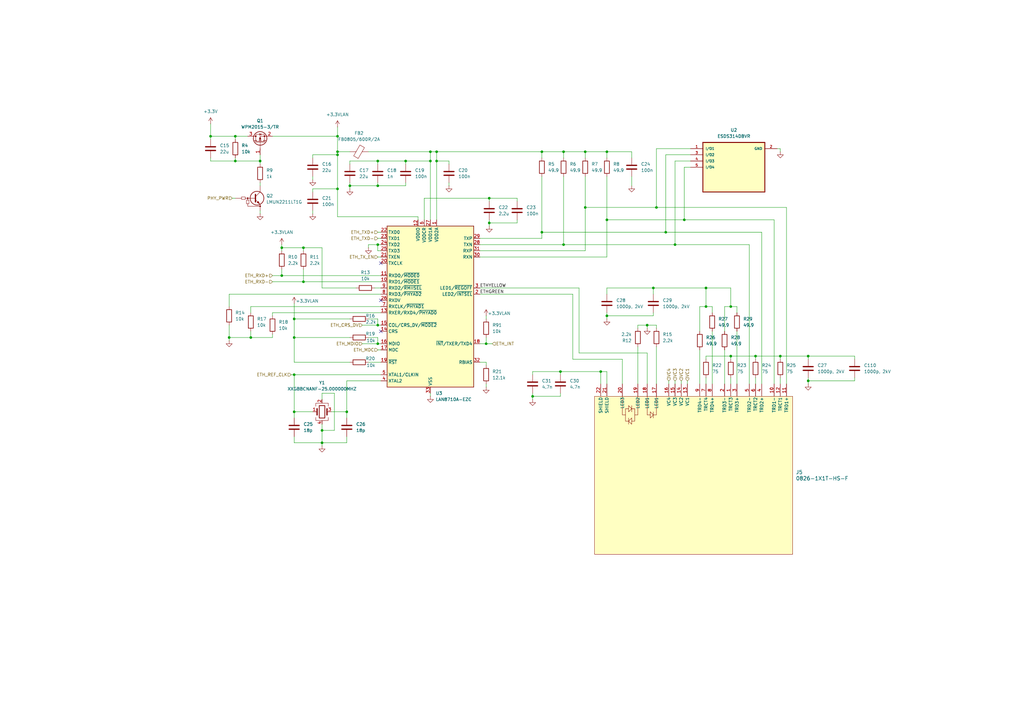
<source format=kicad_sch>
(kicad_sch (version 20250114) (generator "eeschema") (generator_version "9.0")
  (paper "A3")
  (lib_symbols
    (symbol "Device:C" (pin_numbers (hide yes)) (pin_names (offset 0.254))
      (property "Reference" "C" (at 0.635 2.54 0))
      (property "Value" "C" (at 0.635 -2.54 0))
      (symbol "C_1_1"
        (pin passive line (at 0 3.81 270) (length 2.794) (name "~") (number "1"))
        (pin passive line (at 0 -3.81 90) (length 2.794) (name "~") (number "2"))
      )
    )
    (symbol "Device:Crystal_GND24" (pin_names (offset 1.016) (hide yes))
      (property "Reference" "Y" (at 3.175 5.08 0))
      (property "Value" "Crystal_GND24" (at 3.175 3.175 0))
      (symbol "Crystal_GND24_1_1"
        (pin passive line (at -3.81 0 0) (length 1.27) (name "1") (number "1"))
        (pin passive line (at 0 5.08 270) (length 1.27) (name "2") (number "2"))
        (pin passive line (at 0 -5.08 90) (length 1.27) (name "4") (number "4"))
        (pin passive line (at 3.81 0 180) (length 1.27) (name "3") (number "3"))
      )
    )
    (symbol "Device:FerriteBead" (pin_numbers (hide yes)) (pin_names (offset 0))
      (property "Reference" "FB" (at -3.81 0.635 90))
      (property "Value" "FerriteBead" (at 3.81 0 90))
      (symbol "FerriteBead_1_1"
        (pin passive line (at 0 3.81 270) (length 2.54) (name "~") (number "1"))
        (pin passive line (at 0 -3.81 90) (length 2.54) (name "~") (number "2"))
      )
    )
    (symbol "Device:Q_NPN_BRT" (pin_numbers (hide yes)) (pin_names (hide yes))
      (property "Reference" "Q2" (at 3.81 0.9653 0))
      (property "Value" "LMUN2211LT1G" (at 3.81 -1.5747 0))
      (symbol "Q_NPN_BRT_1_1"
        (pin input line (at -8.89 0 0) (length 2.54) (name "B") (number "1"))
        (pin passive line (at 1.27 5.08 270) (length 2.54) (name "C") (number "3"))
        (pin passive line (at 1.27 -5.08 90) (length 2.54) (name "E") (number "2"))
      )
    )
    (symbol "Device:R" (pin_numbers (hide yes)) (pin_names (offset 0))
      (property "Reference" "R" (at 2.032 0 90))
      (property "Value" "R" (at 0 0 90))
      (symbol "R_1_1"
        (pin passive line (at 0 3.81 270) (length 1.27) (name "~") (number "1"))
        (pin passive line (at 0 -3.81 90) (length 1.27) (name "~") (number "2"))
      )
    )
    (symbol "Interface_Ethernet:LAN8710A"
      (property "Reference" "U" (at -13.97 34.29 0))
      (property "Value" "LAN8710A" (at 17.78 34.29 0))
      (symbol "LAN8710A_1_1"
        (pin input line (at -20.32 30.48 0) (length 2.54) (name "TXD0") (number "22"))
        (pin input line (at -20.32 27.94 0) (length 2.54) (name "TXD1") (number "23"))
        (pin input line (at -20.32 25.4 0) (length 2.54) (name "TXD2") (number "24"))
        (pin input line (at -20.32 22.86 0) (length 2.54) (name "TXD3") (number "25"))
        (pin input line (at -20.32 20.32 0) (length 2.54) (name "TXEN") (number "21"))
        (pin output line (at -20.32 17.78 0) (length 2.54) (name "TXCLK") (number "20"))
        (pin bidirectional line (at -20.32 12.7 0) (length 2.54) (name "RXD0/~{MODE0}") (number "11"))
        (pin bidirectional line (at -20.32 10.16 0) (length 2.54) (name "RXD1/~{MODE1}") (number "10"))
        (pin bidirectional line (at -20.32 7.62 0) (length 2.54) (name "RXD2/~{RMIISEL}") (number "9"))
        (pin bidirectional line (at -20.32 5.08 0) (length 2.54) (name "RXD3/~{PHYAD2}") (number "8"))
        (pin output line (at -20.32 2.54 0) (length 2.54) (name "RXDV") (number "26"))
        (pin bidirectional line (at -20.32 0 0) (length 2.54) (name "RXCLK/~{PHYAD1}") (number "7"))
        (pin bidirectional line (at -20.32 -2.54 0) (length 2.54) (name "RXER/RXD4/~{PHYAD0}") (number "13"))
        (pin bidirectional line (at -20.32 -7.62 0) (length 2.54) (name "COL/CRS_DV/~{MODE2}") (number "15"))
        (pin output line (at -20.32 -10.16 0) (length 2.54) (name "CRS") (number "14"))
        (pin bidirectional line (at -20.32 -15.24 0) (length 2.54) (name "MDIO") (number "16"))
        (pin input line (at -20.32 -17.78 0) (length 2.54) (name "MDC") (number "17"))
        (pin input line (at -20.32 -22.86 0) (length 2.54) (name "~{RST}") (number "19"))
        (pin input line (at -20.32 -27.94 0) (length 2.54) (name "XTAL1/CLKIN") (number "5"))
        (pin output line (at -20.32 -30.48 0) (length 2.54) (name "XTAL2") (number "4"))
        (pin power_in line (at -5.08 35.56 270) (length 2.54) (name "VDDIO") (number "12"))
        (pin power_in line (at -2.54 35.56 270) (length 2.54) (name "VDDCR") (number "6"))
        (pin power_in line (at 0 35.56 270) (length 2.54) (name "VDD1A") (number "27"))
        (pin power_in line (at 0 -35.56 90) (length 2.54) (name "VSS") (number "33"))
        (pin power_in line (at 2.54 35.56 270) (length 2.54) (name "VDD2A") (number "1"))
        (pin bidirectional line (at 20.32 27.94 180) (length 2.54) (name "TXP") (number "29"))
        (pin bidirectional line (at 20.32 25.4 180) (length 2.54) (name "TXN") (number "28"))
        (pin bidirectional line (at 20.32 22.86 180) (length 2.54) (name "RXP") (number "31"))
        (pin bidirectional line (at 20.32 20.32 180) (length 2.54) (name "RXN") (number "30"))
        (pin bidirectional line (at 20.32 7.62 180) (length 2.54) (name "LED1/~{REGOFF}") (number "3"))
        (pin bidirectional line (at 20.32 5.08 180) (length 2.54) (name "LED2/~{INTSEL}") (number "2"))
        (pin bidirectional line (at 20.32 -15.24 180) (length 2.54) (name "~{INT}/TXER/TXD4") (number "18"))
        (pin passive line (at 20.32 -22.86 180) (length 2.54) (name "RBIAS") (number "32"))
      )
    )
    (symbol "Transistor_FET:Q_PMOS_GSD" (pin_names (offset 0) (hide yes))
      (property "Reference" "Q" (at 5.08 1.905 0))
      (property "Value" "Q_PMOS_GSD" (at 5.08 0 0))
      (symbol "Q_PMOS_GSD_1_1"
        (pin input line (at -5.08 0 0) (length 2.54) (name "G") (number "1"))
        (pin passive line (at 2.54 5.08 270) (length 2.54) (name "D") (number "3"))
        (pin passive line (at 2.54 -5.08 90) (length 2.54) (name "S") (number "2"))
      )
    )
    (symbol "Tutor_Common_Parts:0826-1X1T-HS-F" (pin_names (offset 0.254))
      (property "Reference" "J" (at 8.89 6.35 0))
      (property "Value" "0826-1X1T-HS-F" (at 0.762 5.08 0))
      (symbol "0826-1X1T-HS-F_1_1"
        (pin unspecified line (at 0 0 0) (length 5.08) (name "TRD1+") (number "11"))
        (pin unspecified line (at 0 -2.54 0) (length 5.08) (name "TRCT1") (number "12"))
        (pin unspecified line (at 0 -5.08 0) (length 5.08) (name "TRD1-") (number "10"))
        (pin unspecified line (at 0 -10.16 0) (length 5.08) (name "TRD2+") (number "4"))
        (pin unspecified line (at 0 -12.7 0) (length 5.08) (name "TRCT2") (number "6"))
        (pin unspecified line (at 0 -15.24 0) (length 5.08) (name "TRD2-") (number "5"))
        (pin unspecified line (at 0 -20.32 0) (length 5.08) (name "TRD3+") (number "3"))
        (pin unspecified line (at 0 -22.86 0) (length 5.08) (name "TRCT3") (number "1"))
        (pin unspecified line (at 0 -25.4 0) (length 5.08) (name "TRD3-") (number "2"))
        (pin unspecified line (at 0 -30.48 0) (length 5.08) (name "TRD4+") (number "8"))
        (pin unspecified line (at 0 -33.02 0) (length 5.08) (name "TRCT4") (number "7"))
        (pin unspecified line (at 0 -35.56 0) (length 5.08) (name "TRD4-") (number "9"))
        (pin unspecified line (at 0 -40.64 0) (length 5.08) (name "VC1") (number "13"))
        (pin unspecified line (at 0 -43.18 0) (length 5.08) (name "VC2") (number "14"))
        (pin unspecified line (at 0 -45.72 0) (length 5.08) (name "VC3") (number "15"))
        (pin unspecified line (at 0 -48.26 0) (length 5.08) (name "VC4") (number "16"))
        (pin unspecified line (at 0 -53.34 0) (length 5.08) (name "LED1") (number "17"))
        (pin unspecified line (at 0 -57.15 0) (length 5.08) (name "LED1") (number "18"))
        (pin unspecified line (at 0 -60.96 0) (length 5.08) (name "LED2") (number "19"))
        (pin unspecified line (at 0 -67.31 0) (length 5.08) (name "LED3") (number "20"))
        (pin unspecified line (at 0 -73.66 0) (length 5.08) (name "SHIELD") (number "21"))
        (pin unspecified line (at 0 -76.2 0) (length 5.08) (name "SHIELD") (number "22"))
      )
      (symbol "0826-1X1T-HS-F_1_2"
        (pin unspecified line (at 0 0 0) (length 5.08) (name "1") (number "1"))
        (pin unspecified line (at 0 -2.54 0) (length 5.08) (name "2") (number "2"))
        (pin unspecified line (at 0 -5.08 0) (length 5.08) (name "3") (number "3"))
        (pin unspecified line (at 0 -7.62 0) (length 5.08) (name "4") (number "4"))
        (pin unspecified line (at 0 -10.16 0) (length 5.08) (name "5") (number "5"))
        (pin unspecified line (at 0 -12.7 0) (length 5.08) (name "6") (number "6"))
        (pin unspecified line (at 0 -15.24 0) (length 5.08) (name "7") (number "7"))
        (pin unspecified line (at 0 -17.78 0) (length 5.08) (name "8") (number "8"))
        (pin unspecified line (at 0 -20.32 0) (length 5.08) (name "9") (number "9"))
        (pin unspecified line (at 0 -22.86 0) (length 5.08) (name "10") (number "10"))
        (pin unspecified line (at 0 -25.4 0) (length 5.08) (name "11") (number "11"))
        (pin unspecified line (at 0 -27.94 0) (length 5.08) (name "12") (number "12"))
        (pin unspecified line (at 0 -30.48 0) (length 5.08) (name "13") (number "13"))
        (pin unspecified line (at 0 -33.02 0) (length 5.08) (name "14") (number "14"))
        (pin unspecified line (at 0 -35.56 0) (length 5.08) (name "15") (number "15"))
        (pin unspecified line (at 0 -38.1 0) (length 5.08) (name "16") (number "16"))
        (pin unspecified line (at 0 -40.64 0) (length 5.08) (name "17") (number "17"))
        (pin unspecified line (at 0 -43.18 0) (length 5.08) (name "18") (number "18"))
        (pin unspecified line (at 0 -45.72 0) (length 5.08) (name "19") (number "19"))
        (pin unspecified line (at 0 -48.26 0) (length 5.08) (name "20") (number "20"))
      )
    )
    (symbol "Tutor_Common_Parts:ESDS314DBVR" (pin_names (offset 1.016))
      (property "Reference" "U" (at -12.7 11.16 0))
      (property "Value" "ESDS314DBVR" (at -12.7 -14.16 0))
      (symbol "ESDS314DBVR_0_0"
        (pin bidirectional line (at -17.78 7.62 0) (length 5.08) (name "I/O1") (number "1"))
        (pin bidirectional line (at -17.78 5.08 0) (length 5.08) (name "I/O2") (number "3"))
        (pin bidirectional line (at -17.78 2.54 0) (length 5.08) (name "I/O3") (number "4"))
        (pin bidirectional line (at -17.78 0 0) (length 5.08) (name "I/O4") (number "5"))
        (pin power_in line (at 17.78 7.62 180) (length 5.08) (name "GND") (number "2"))
      )
    )
    (symbol "power:+3.3V" (power) (pin_numbers (hide yes)) (pin_names (offset 0) (hide yes))
      (property "Value" "+3.3V" (at 0 3.556 0))
      (symbol "+3.3V_1_1"
        (pin power_in line (at 0 0 90) (length 0) (name "~") (number "1"))
      )
    )
    (symbol "power:GND" (power) (pin_numbers (hide yes)) (pin_names (offset 0) (hide yes))
      (property "Value" "GND" (at 0 -3.81 0))
      (symbol "GND_1_1"
        (pin power_in line (at 0 0 270) (length 0) (name "~") (number "1"))
      )
    )
  )
  (junction (at 309.88 146.05))
  (junction (at 132.08 176.53))
  (junction (at 240.03 62.23))
  (junction (at 120.65 153.67))
  (junction (at 115.57 113.03))
  (junction (at 154.94 76.2))
  (junction (at 222.25 95.25))
  (junction (at 299.72 125.73))
  (junction (at 289.56 125.73))
  (junction (at 320.04 146.05))
  (junction (at 120.65 130.81))
  (junction (at 240.03 85.09))
  (junction (at 138.43 63.5))
  (junction (at 120.65 138.43))
  (junction (at 248.92 90.17))
  (junction (at 231.14 100.33))
  (junction (at 102.87 138.43))
  (junction (at 96.52 66.04))
  (junction (at 154.94 100.33))
  (junction (at 115.57 101.6))
  (junction (at 86.36 55.88))
  (junction (at 246.38 152.4))
  (junction (at 132.08 181.61))
  (junction (at 267.97 118.11))
  (junction (at 199.39 140.97))
  (junction (at 218.44 162.56))
  (junction (at 106.68 66.04))
  (junction (at 124.46 115.57))
  (junction (at 200.66 91.44))
  (junction (at 248.92 129.54))
  (junction (at 276.86 100.33))
  (junction (at 143.51 76.2))
  (junction (at 229.87 152.4))
  (junction (at 269.24 85.09))
  (junction (at 138.43 77.47))
  (junction (at 265.43 133.35))
  (junction (at 166.37 66.04))
  (junction (at 273.05 95.25))
  (junction (at 331.47 146.05))
  (junction (at 200.66 81.28))
  (junction (at 331.47 156.21))
  (junction (at 248.92 62.23))
  (junction (at 280.67 90.17))
  (junction (at 120.65 168.91))
  (junction (at 176.53 66.04))
  (junction (at 154.94 66.04))
  (junction (at 299.72 146.05))
  (junction (at 154.94 133.35))
  (junction (at 222.25 62.23))
  (junction (at 231.14 62.23))
  (junction (at 179.07 62.23))
  (junction (at 289.56 118.11))
  (junction (at 93.98 138.43))
  (junction (at 142.24 168.91))
  (junction (at 154.94 140.97))
  (junction (at 176.53 62.23))
  (junction (at 179.07 66.04))
  (junction (at 138.43 62.23))
  (junction (at 138.43 55.88))
  (junction (at 96.52 55.88))
  (junction (at 124.46 101.6))
  (no_connect (at 156.21 123.19))
  (no_connect (at 156.21 135.89))
  (no_connect (at 156.21 107.95))
  (wire (pts (xy 297.18 135.89) (xy 297.18 125.73)))
  (wire (pts (xy 261.62 133.35) (xy 261.62 134.62)))
  (wire (pts (xy 128.27 77.47) (xy 128.27 78.74)))
  (wire (pts (xy 154.94 76.2) (xy 143.51 76.2)))
  (wire (pts (xy 184.15 74.93) (xy 184.15 76.2)))
  (wire (pts (xy 248.92 64.77) (xy 248.92 62.23)))
  (wire (pts (xy 299.72 146.05) (xy 299.72 147.32)))
  (wire (pts (xy 143.51 66.04) (xy 143.51 67.31)))
  (wire (pts (xy 297.18 125.73) (xy 299.72 125.73)))
  (wire (pts (xy 237.49 118.11) (xy 196.85 118.11)))
  (wire (pts (xy 179.07 66.04) (xy 179.07 90.17)))
  (wire (pts (xy 106.68 66.04) (xy 106.68 67.31)))
  (wire (pts (xy 331.47 146.05) (xy 331.47 147.32)))
  (wire (pts (xy 138.43 55.88) (xy 138.43 62.23)))
  (wire (pts (xy 151.13 130.81) (xy 154.94 130.81)))
  (wire (pts (xy 289.56 125.73) (xy 292.1 125.73)))
  (wire (pts (xy 283.21 63.5) (xy 273.05 63.5)))
  (wire (pts (xy 176.53 66.04) (xy 176.53 90.17)))
  (wire (pts (xy 86.36 55.88) (xy 86.36 57.15)))
  (wire (pts (xy 106.68 63.5) (xy 106.68 66.04)))
  (wire (pts (xy 132.08 161.29) (xy 137.16 161.29)))
  (wire (pts (xy 267.97 128.27) (xy 267.97 129.54)))
  (wire (pts (xy 148.59 140.97) (xy 154.94 140.97)))
  (wire (pts (xy 274.32 156.21) (xy 274.32 157.48)))
  (wire (pts (xy 248.92 62.23) (xy 240.03 62.23)))
  (wire (pts (xy 115.57 110.49) (xy 115.57 113.03)))
  (wire (pts (xy 102.87 125.73) (xy 156.21 125.73)))
  (wire (pts (xy 132.08 118.11) (xy 132.08 101.6)))
  (wire (pts (xy 280.67 90.17) (xy 317.5 90.17)))
  (wire (pts (xy 137.16 161.29) (xy 137.16 176.53)))
  (wire (pts (xy 265.43 133.35) (xy 269.24 133.35)))
  (wire (pts (xy 124.46 101.6) (xy 115.57 101.6)))
  (wire (pts (xy 350.52 147.32) (xy 350.52 146.05)))
  (wire (pts (xy 281.94 156.21) (xy 281.94 157.48)))
  (wire (pts (xy 154.94 95.25) (xy 156.21 95.25)))
  (wire (pts (xy 283.21 66.04) (xy 276.86 66.04)))
  (wire (pts (xy 299.72 146.05) (xy 309.88 146.05)))
  (wire (pts (xy 120.65 124.46) (xy 120.65 130.81)))
  (wire (pts (xy 171.45 88.9) (xy 171.45 90.17)))
  (wire (pts (xy 128.27 77.47) (xy 138.43 77.47)))
  (wire (pts (xy 267.97 120.65) (xy 267.97 118.11)))
  (wire (pts (xy 212.09 90.17) (xy 212.09 91.44)))
  (wire (pts (xy 86.36 50.8) (xy 86.36 55.88)))
  (wire (pts (xy 148.59 133.35) (xy 154.94 133.35)))
  (wire (pts (xy 102.87 135.89) (xy 102.87 138.43)))
  (wire (pts (xy 154.94 138.43) (xy 154.94 140.97)))
  (wire (pts (xy 287.02 135.89) (xy 287.02 125.73)))
  (wire (pts (xy 132.08 181.61) (xy 132.08 182.88)))
  (wire (pts (xy 166.37 66.04) (xy 176.53 66.04)))
  (wire (pts (xy 320.04 146.05) (xy 320.04 147.32)))
  (wire (pts (xy 196.85 100.33) (xy 231.14 100.33)))
  (wire (pts (xy 222.25 95.25) (xy 273.05 95.25)))
  (wire (pts (xy 273.05 63.5) (xy 273.05 95.25)))
  (wire (pts (xy 196.85 105.41) (xy 248.92 105.41)))
  (wire (pts (xy 248.92 118.11) (xy 267.97 118.11)))
  (wire (pts (xy 166.37 74.93) (xy 166.37 76.2)))
  (wire (pts (xy 120.65 130.81) (xy 120.65 138.43)))
  (wire (pts (xy 132.08 101.6) (xy 124.46 101.6)))
  (wire (pts (xy 86.36 55.88) (xy 96.52 55.88)))
  (wire (pts (xy 289.56 118.11) (xy 299.72 118.11)))
  (wire (pts (xy 176.53 161.29) (xy 176.53 162.56)))
  (wire (pts (xy 120.65 153.67) (xy 156.21 153.67)))
  (wire (pts (xy 111.76 128.27) (xy 111.76 129.54)))
  (wire (pts (xy 229.87 161.29) (xy 229.87 162.56)))
  (wire (pts (xy 246.38 152.4) (xy 248.92 152.4)))
  (wire (pts (xy 154.94 100.33) (xy 156.21 100.33)))
  (wire (pts (xy 229.87 152.4) (xy 229.87 153.67)))
  (wire (pts (xy 143.51 148.59) (xy 120.65 148.59)))
  (wire (pts (xy 200.66 90.17) (xy 200.66 91.44)))
  (wire (pts (xy 184.15 66.04) (xy 179.07 66.04)))
  (wire (pts (xy 212.09 81.28) (xy 200.66 81.28)))
  (wire (pts (xy 142.24 168.91) (xy 135.89 168.91)))
  (wire (pts (xy 199.39 157.48) (xy 199.39 158.75)))
  (wire (pts (xy 166.37 67.31) (xy 166.37 66.04)))
  (wire (pts (xy 231.14 72.39) (xy 231.14 100.33)))
  (wire (pts (xy 212.09 91.44) (xy 200.66 91.44)))
  (wire (pts (xy 240.03 102.87) (xy 240.03 85.09)))
  (wire (pts (xy 156.21 120.65) (xy 93.98 120.65)))
  (wire (pts (xy 255.27 147.32) (xy 234.95 147.32)))
  (wire (pts (xy 317.5 90.17) (xy 317.5 157.48)))
  (wire (pts (xy 331.47 156.21) (xy 350.52 156.21)))
  (wire (pts (xy 302.26 125.73) (xy 302.26 128.27)))
  (wire (pts (xy 142.24 171.45) (xy 142.24 168.91)))
  (wire (pts (xy 146.05 118.11) (xy 132.08 118.11)))
  (wire (pts (xy 312.42 95.25) (xy 312.42 157.48)))
  (wire (pts (xy 154.94 130.81) (xy 154.94 133.35)))
  (wire (pts (xy 138.43 88.9) (xy 171.45 88.9)))
  (wire (pts (xy 111.76 137.16) (xy 111.76 138.43)))
  (wire (pts (xy 199.39 138.43) (xy 199.39 140.97)))
  (wire (pts (xy 102.87 138.43) (xy 111.76 138.43)))
  (wire (pts (xy 138.43 52.07) (xy 138.43 55.88)))
  (wire (pts (xy 151.13 100.33) (xy 154.94 100.33)))
  (wire (pts (xy 289.56 118.11) (xy 289.56 125.73)))
  (wire (pts (xy 115.57 101.6) (xy 115.57 102.87)))
  (wire (pts (xy 93.98 139.7) (xy 93.98 138.43)))
  (wire (pts (xy 309.88 146.05) (xy 309.88 147.32)))
  (wire (pts (xy 267.97 118.11) (xy 289.56 118.11)))
  (wire (pts (xy 154.94 66.04) (xy 166.37 66.04)))
  (wire (pts (xy 240.03 62.23) (xy 231.14 62.23)))
  (wire (pts (xy 231.14 62.23) (xy 222.25 62.23)))
  (wire (pts (xy 307.34 100.33) (xy 307.34 157.48)))
  (wire (pts (xy 111.76 55.88) (xy 138.43 55.88)))
  (wire (pts (xy 142.24 179.07) (xy 142.24 181.61)))
  (wire (pts (xy 289.56 147.32) (xy 289.56 146.05)))
  (wire (pts (xy 124.46 102.87) (xy 124.46 101.6)))
  (wire (pts (xy 259.08 62.23) (xy 248.92 62.23)))
  (wire (pts (xy 124.46 115.57) (xy 156.21 115.57)))
  (wire (pts (xy 143.51 130.81) (xy 120.65 130.81)))
  (wire (pts (xy 154.94 143.51) (xy 156.21 143.51)))
  (wire (pts (xy 248.92 105.41) (xy 248.92 90.17)))
  (wire (pts (xy 196.85 102.87) (xy 240.03 102.87)))
  (wire (pts (xy 276.86 66.04) (xy 276.86 100.33)))
  (wire (pts (xy 269.24 134.62) (xy 269.24 133.35)))
  (wire (pts (xy 287.02 143.51) (xy 287.02 157.48)))
  (wire (pts (xy 265.43 157.48) (xy 265.43 144.78)))
  (wire (pts (xy 132.08 176.53) (xy 132.08 181.61)))
  (wire (pts (xy 309.88 154.94) (xy 309.88 157.48)))
  (wire (pts (xy 322.58 85.09) (xy 322.58 157.48)))
  (wire (pts (xy 138.43 62.23) (xy 138.43 63.5)))
  (wire (pts (xy 120.65 148.59) (xy 120.65 138.43)))
  (wire (pts (xy 196.85 148.59) (xy 199.39 148.59)))
  (wire (pts (xy 151.13 148.59) (xy 156.21 148.59)))
  (wire (pts (xy 199.39 140.97) (xy 201.93 140.97)))
  (wire (pts (xy 115.57 113.03) (xy 156.21 113.03)))
  (wire (pts (xy 320.04 60.96) (xy 318.77 60.96)))
  (wire (pts (xy 137.16 176.53) (xy 132.08 176.53)))
  (wire (pts (xy 259.08 72.39) (xy 259.08 76.2)))
  (wire (pts (xy 240.03 72.39) (xy 240.03 85.09)))
  (wire (pts (xy 143.51 74.93) (xy 143.51 76.2)))
  (wire (pts (xy 248.92 129.54) (xy 248.92 130.81)))
  (wire (pts (xy 234.95 120.65) (xy 196.85 120.65)))
  (wire (pts (xy 229.87 152.4) (xy 246.38 152.4)))
  (wire (pts (xy 154.94 100.33) (xy 154.94 102.87)))
  (wire (pts (xy 143.51 66.04) (xy 154.94 66.04)))
  (wire (pts (xy 273.05 95.25) (xy 312.42 95.25)))
  (wire (pts (xy 120.65 171.45) (xy 120.65 168.91)))
  (wire (pts (xy 120.65 153.67) (xy 120.65 168.91)))
  (wire (pts (xy 283.21 68.58) (xy 280.67 68.58)))
  (wire (pts (xy 280.67 68.58) (xy 280.67 90.17)))
  (wire (pts (xy 292.1 135.89) (xy 292.1 157.48)))
  (wire (pts (xy 248.92 90.17) (xy 280.67 90.17)))
  (wire (pts (xy 143.51 76.2) (xy 143.51 77.47)))
  (wire (pts (xy 120.65 181.61) (xy 132.08 181.61)))
  (wire (pts (xy 299.72 154.94) (xy 299.72 157.48)))
  (wire (pts (xy 153.67 118.11) (xy 156.21 118.11)))
  (wire (pts (xy 302.26 135.89) (xy 302.26 157.48)))
  (wire (pts (xy 240.03 62.23) (xy 240.03 64.77)))
  (wire (pts (xy 231.14 100.33) (xy 276.86 100.33)))
  (wire (pts (xy 222.25 72.39) (xy 222.25 95.25)))
  (wire (pts (xy 156.21 102.87) (xy 154.94 102.87)))
  (wire (pts (xy 222.25 62.23) (xy 222.25 64.77)))
  (wire (pts (xy 299.72 125.73) (xy 302.26 125.73)))
  (wire (pts (xy 331.47 154.94) (xy 331.47 156.21)))
  (wire (pts (xy 154.94 66.04) (xy 154.94 67.31)))
  (wire (pts (xy 196.85 140.97) (xy 199.39 140.97)))
  (wire (pts (xy 156.21 156.21) (xy 142.24 156.21)))
  (wire (pts (xy 222.25 62.23) (xy 179.07 62.23)))
  (wire (pts (xy 287.02 125.73) (xy 289.56 125.73)))
  (wire (pts (xy 218.44 161.29) (xy 218.44 162.56)))
  (wire (pts (xy 218.44 153.67) (xy 218.44 152.4)))
  (wire (pts (xy 120.65 168.91) (xy 128.27 168.91)))
  (wire (pts (xy 142.24 156.21) (xy 142.24 168.91)))
  (wire (pts (xy 119.38 153.67) (xy 120.65 153.67)))
  (wire (pts (xy 166.37 76.2) (xy 154.94 76.2)))
  (wire (pts (xy 138.43 62.23) (xy 143.51 62.23)))
  (wire (pts (xy 96.52 55.88) (xy 101.6 55.88)))
  (wire (pts (xy 350.52 154.94) (xy 350.52 156.21)))
  (wire (pts (xy 320.04 154.94) (xy 320.04 157.48)))
  (wire (pts (xy 96.52 55.88) (xy 96.52 57.15)))
  (wire (pts (xy 269.24 85.09) (xy 322.58 85.09)))
  (wire (pts (xy 231.14 62.23) (xy 231.14 64.77)))
  (wire (pts (xy 111.76 115.57) (xy 124.46 115.57)))
  (wire (pts (xy 96.52 81.28) (xy 95.25 81.28)))
  (wire (pts (xy 138.43 88.9) (xy 138.43 77.47)))
  (wire (pts (xy 269.24 142.24) (xy 269.24 157.48)))
  (wire (pts (xy 237.49 144.78) (xy 237.49 118.11)))
  (wire (pts (xy 261.62 133.35) (xy 265.43 133.35)))
  (wire (pts (xy 128.27 63.5) (xy 138.43 63.5)))
  (wire (pts (xy 265.43 144.78) (xy 237.49 144.78)))
  (wire (pts (xy 248.92 128.27) (xy 248.92 129.54)))
  (wire (pts (xy 128.27 86.36) (xy 128.27 87.63)))
  (wire (pts (xy 179.07 62.23) (xy 179.07 66.04)))
  (wire (pts (xy 102.87 128.27) (xy 102.87 125.73)))
  (wire (pts (xy 248.92 152.4) (xy 248.92 157.48)))
  (wire (pts (xy 279.4 156.21) (xy 279.4 157.48)))
  (wire (pts (xy 173.99 90.17) (xy 173.99 81.28)))
  (wire (pts (xy 320.04 62.23) (xy 320.04 60.96)))
  (wire (pts (xy 246.38 152.4) (xy 246.38 157.48)))
  (wire (pts (xy 132.08 176.53) (xy 132.08 173.99)))
  (wire (pts (xy 299.72 118.11) (xy 299.72 125.73)))
  (wire (pts (xy 154.94 97.79) (xy 156.21 97.79)))
  (wire (pts (xy 248.92 120.65) (xy 248.92 118.11)))
  (wire (pts (xy 179.07 62.23) (xy 176.53 62.23)))
  (wire (pts (xy 132.08 163.83) (xy 132.08 161.29)))
  (wire (pts (xy 234.95 147.32) (xy 234.95 120.65)))
  (wire (pts (xy 106.68 74.93) (xy 106.68 76.2)))
  (wire (pts (xy 176.53 62.23) (xy 176.53 66.04)))
  (wire (pts (xy 309.88 146.05) (xy 320.04 146.05)))
  (wire (pts (xy 200.66 81.28) (xy 200.66 82.55)))
  (wire (pts (xy 218.44 152.4) (xy 229.87 152.4)))
  (wire (pts (xy 93.98 120.65) (xy 93.98 125.73)))
  (wire (pts (xy 93.98 138.43) (xy 102.87 138.43)))
  (wire (pts (xy 173.99 81.28) (xy 200.66 81.28)))
  (wire (pts (xy 128.27 64.77) (xy 128.27 63.5)))
  (wire (pts (xy 86.36 66.04) (xy 96.52 66.04)))
  (wire (pts (xy 283.21 60.96) (xy 269.24 60.96)))
  (wire (pts (xy 297.18 143.51) (xy 297.18 157.48)))
  (wire (pts (xy 196.85 97.79) (xy 222.25 97.79)))
  (wire (pts (xy 218.44 162.56) (xy 229.87 162.56)))
  (wire (pts (xy 106.68 86.36) (xy 106.68 87.63)))
  (wire (pts (xy 222.25 95.25) (xy 222.25 97.79)))
  (wire (pts (xy 212.09 82.55) (xy 212.09 81.28)))
  (wire (pts (xy 154.94 105.41) (xy 156.21 105.41)))
  (wire (pts (xy 248.92 72.39) (xy 248.92 90.17)))
  (wire (pts (xy 176.53 62.23) (xy 151.13 62.23)))
  (wire (pts (xy 320.04 146.05) (xy 331.47 146.05)))
  (wire (pts (xy 248.92 129.54) (xy 267.97 129.54)))
  (wire (pts (xy 115.57 100.33) (xy 115.57 101.6)))
  (wire (pts (xy 276.86 156.21) (xy 276.86 157.48)))
  (wire (pts (xy 154.94 133.35) (xy 156.21 133.35)))
  (wire (pts (xy 154.94 140.97) (xy 156.21 140.97)))
  (wire (pts (xy 276.86 100.33) (xy 307.34 100.33)))
  (wire (pts (xy 120.65 179.07) (xy 120.65 181.61)))
  (wire (pts (xy 261.62 142.24) (xy 261.62 157.48)))
  (wire (pts (xy 143.51 138.43) (xy 120.65 138.43)))
  (wire (pts (xy 96.52 66.04) (xy 106.68 66.04)))
  (wire (pts (xy 199.39 129.54) (xy 199.39 130.81)))
  (wire (pts (xy 128.27 72.39) (xy 128.27 73.66)))
  (wire (pts (xy 111.76 113.03) (xy 115.57 113.03)))
  (wire (pts (xy 265.43 134.62) (xy 265.43 133.35)))
  (wire (pts (xy 96.52 64.77) (xy 96.52 66.04)))
  (wire (pts (xy 292.1 125.73) (xy 292.1 128.27)))
  (wire (pts (xy 86.36 64.77) (xy 86.36 66.04)))
  (wire (pts (xy 289.56 146.05) (xy 299.72 146.05)))
  (wire (pts (xy 200.66 91.44) (xy 200.66 92.71)))
  (wire (pts (xy 218.44 162.56) (xy 218.44 163.83)))
  (wire (pts (xy 151.13 100.33) (xy 151.13 101.6)))
  (wire (pts (xy 199.39 149.86) (xy 199.39 148.59)))
  (wire (pts (xy 255.27 157.48) (xy 255.27 147.32)))
  (wire (pts (xy 124.46 110.49) (xy 124.46 115.57)))
  (wire (pts (xy 93.98 133.35) (xy 93.98 138.43)))
  (wire (pts (xy 331.47 156.21) (xy 331.47 157.48)))
  (wire (pts (xy 240.03 85.09) (xy 269.24 85.09)))
  (wire (pts (xy 184.15 67.31) (xy 184.15 66.04)))
  (wire (pts (xy 138.43 63.5) (xy 138.43 77.47)))
  (wire (pts (xy 154.94 74.93) (xy 154.94 76.2)))
  (wire (pts (xy 269.24 60.96) (xy 269.24 85.09)))
  (wire (pts (xy 151.13 138.43) (xy 154.94 138.43)))
  (wire (pts (xy 132.08 181.61) (xy 142.24 181.61)))
  (wire (pts (xy 259.08 62.23) (xy 259.08 64.77)))
  (wire (pts (xy 289.56 154.94) (xy 289.56 157.48)))
  (wire (pts (xy 331.47 146.05) (xy 350.52 146.05)))
  (wire (pts (xy 156.21 128.27) (xy 111.76 128.27)))
  (label "ETHGREEN" (at 196.85 120.65 0))
  (label "ETHYELLOW" (at 196.85 118.11 0))
  (hierarchical_label "ETH_MDIO" (shape input) (at 148.59 140.97 180))
  (hierarchical_label "ETH_TX_EN" (shape input) (at 154.94 105.41 180))
  (hierarchical_label "ETH_INT" (shape input) (at 201.93 140.97 0))
  (hierarchical_label "ETH_RXD+" (shape input) (at 111.76 113.03 180))
  (hierarchical_label "ETH_RXD-" (shape input) (at 111.76 115.57 180))
  (hierarchical_label "VC2" (shape input) (at 279.4 156.21 90))
  (hierarchical_label "VC3" (shape input) (at 276.86 156.21 90))
  (hierarchical_label "ETH_TXD+" (shape input) (at 154.94 95.25 180))
  (hierarchical_label "ETH_MDC" (shape input) (at 154.94 143.51 180))
  (hierarchical_label "PHY_PWR" (shape input) (at 95.25 81.28 180))
  (hierarchical_label "VC4" (shape input) (at 274.32 156.21 90))
  (hierarchical_label "ETH_CRS_DV" (shape input) (at 148.59 133.35 180))
  (hierarchical_label "VC1" (shape input) (at 281.94 156.21 90))
  (hierarchical_label "ETH_REF_CLK" (shape input) (at 119.38 153.67 180))
  (hierarchical_label "ETH_TXD-" (shape input) (at 154.94 97.79 180))
  (symbol (lib_id "Device:C") (at 218.44 157.48 0) (unit 1)
    (property "Reference" "C31" (at 222.25 156.2099 0) (effects (justify left)))
    (property "Value" "4.7n" (at 222.25 158.7499 0) (effects (justify left)))
    (property "Footprint" "Capacitor_SMD:C_0402_1005Metric" (effects (hide yes)))
    (property "Description" "Unpolarized capacitor" (effects (hide yes)))
  )
  (symbol (lib_id "Device:R") (at 261.62 138.43 0) (unit 1)
    (property "Reference" "R12" (at 259.08 139.7001 0) (effects (justify right)))
    (property "Value" "2.2k" (at 259.08 137.1601 0) (effects (justify right)))
    (property "Footprint" "Resistor_SMD:R_0402_1005Metric" (effects (hide yes)))
    (property "Description" "Resistor" (effects (hide yes)))
  )
  (symbol (lib_id "Device:C") (at 166.37 71.12 0) (unit 1)
    (property "Reference" "C19" (at 170.18 69.8499 0) (effects (justify left)))
    (property "Value" "100n" (at 170.18 72.3899 0) (effects (justify left)))
    (property "Footprint" "Capacitor_SMD:C_0402_1005Metric" (effects (hide yes)))
    (property "Description" "Unpolarized capacitor" (effects (hide yes)))
  )
  (symbol (lib_id "power:GND") (at 132.08 182.88 0) (unit 1)
    (property "Reference" "#PWR035" (effects (hide yes)))
    (property "Value" "GND" (effects (hide yes)))
    (property "Description" "Power symbol creates a global label with name \"GND\" , ground" (effects (hide yes)))
  )
  (symbol (lib_id "Device:C") (at 267.97 124.46 180) (unit 1)
    (property "Reference" "C29" (at 271.78 123.1899 0) (effects (justify right)))
    (property "Value" "1000p, 2kV" (at 271.78 125.7299 0) (effects (justify right)))
    (property "Footprint" "Capacitor_SMD:C_0402_1005Metric" (effects (hide yes)))
    (property "Description" "Unpolarized capacitor" (effects (hide yes)))
  )
  (symbol (lib_id "Device:R") (at 299.72 151.13 180) (unit 1)
    (property "Reference" "R23" (at 302.26 149.8599 0) (effects (justify right)))
    (property "Value" "75" (at 302.26 152.3999 0) (effects (justify right)))
    (property "Footprint" "Resistor_SMD:R_0402_1005Metric" (effects (hide yes)))
    (property "Description" "Resistor" (effects (hide yes)))
  )
  (symbol (lib_id "Device:C") (at 128.27 82.55 0) (unit 1)
    (property "Reference" "C21" (at 132.08 81.2799 0) (effects (justify left)))
    (property "Value" "100n" (at 132.08 83.8199 0) (effects (justify left)))
    (property "Footprint" "Capacitor_SMD:C_0402_1005Metric" (effects (hide yes)))
    (property "Description" "Unpolarized capacitor" (effects (hide yes)))
  )
  (symbol (lib_id "Device:C") (at 142.24 175.26 0) (unit 1)
    (property "Reference" "C26" (at 146.05 173.9899 0) (effects (justify left)))
    (property "Value" "18p" (at 146.05 176.5299 0) (effects (justify left)))
    (property "Footprint" "Capacitor_SMD:C_0402_1005Metric" (effects (hide yes)))
    (property "Description" "Unpolarized capacitor" (effects (hide yes)))
  )
  (symbol (lib_id "Device:R") (at 297.18 139.7 180) (unit 1)
    (property "Reference" "R28" (at 299.72 138.4299 0) (effects (justify right)))
    (property "Value" "49.9" (at 299.72 140.9699 0) (effects (justify right)))
    (property "Footprint" "Resistor_SMD:R_0402_1005Metric" (effects (hide yes)))
    (property "Description" "Resistor" (effects (hide yes)))
  )
  (symbol (lib_id "Device:C") (at 350.52 151.13 180) (unit 1)
    (property "Reference" "C110" (at 354.33 149.8599 0) (effects (justify right)))
    (property "Value" "1000p, 2kV" (at 354.33 152.3999 0) (effects (justify right)))
    (property "Footprint" "Capacitor_SMD:C_0402_1005Metric" (effects (hide yes)))
    (property "Description" "Unpolarized capacitor" (effects (hide yes)))
  )
  (symbol (lib_id "Device:R") (at 106.68 71.12 0) (unit 1)
    (property "Reference" "R9" (at 109.22 69.8499 0) (effects (justify left)))
    (property "Value" "1k" (at 109.22 72.3899 0) (effects (justify left)))
    (property "Footprint" "Resistor_SMD:R_0402_1005Metric" (effects (hide yes)))
    (property "Description" "Resistor" (effects (hide yes)))
  )
  (symbol (lib_id "Device:R") (at 309.88 151.13 180) (unit 1)
    (property "Reference" "R24" (at 312.42 149.8599 0) (effects (justify right)))
    (property "Value" "75" (at 312.42 152.3999 0) (effects (justify right)))
    (property "Footprint" "Resistor_SMD:R_0402_1005Metric" (effects (hide yes)))
    (property "Description" "Resistor" (effects (hide yes)))
  )
  (symbol (lib_id "Device:R") (at 289.56 151.13 180) (unit 1)
    (property "Reference" "R22" (at 292.1 149.8599 0) (effects (justify right)))
    (property "Value" "75" (at 292.1 152.3999 0) (effects (justify right)))
    (property "Footprint" "Resistor_SMD:R_0402_1005Metric" (effects (hide yes)))
    (property "Description" "Resistor" (effects (hide yes)))
  )
  (symbol (lib_id "Device:R") (at 147.32 130.81 270) (unit 1)
    (property "Reference" "R16" (at 151.892 129.54 90))
    (property "Value" "2.2k" (at 152.146 132.08 90))
    (property "Footprint" "Resistor_SMD:R_0402_1005Metric" (effects (hide yes)))
    (property "Description" "Resistor" (effects (hide yes)))
  )
  (symbol (lib_id "power:GND") (at 248.92 130.81 0) (unit 1)
    (property "Reference" "#PWR037" (effects (hide yes)))
    (property "Value" "GND" (effects (hide yes)))
    (property "Description" "Power symbol creates a global label with name \"GND\" , ground" (effects (hide yes)))
  )
  (symbol (lib_id "power:GND") (at 218.44 163.83 0) (unit 1)
    (property "Reference" "#PWR039" (effects (hide yes)))
    (property "Value" "GND" (effects (hide yes)))
    (property "Description" "Power symbol creates a global label with name \"GND\" , ground" (effects (hide yes)))
  )
  (symbol (lib_id "power:GND") (at 259.08 76.2 0) (unit 1)
    (property "Reference" "#PWR031" (effects (hide yes)))
    (property "Value" "GND" (effects (hide yes)))
    (property "Description" "Power symbol creates a global label with name \"GND\" , ground" (effects (hide yes)))
  )
  (symbol (lib_id "Device:R") (at 147.32 148.59 270) (unit 1)
    (property "Reference" "R20" (at 151.892 147.066 90))
    (property "Value" "10k" (at 152.146 149.86 90))
    (property "Footprint" "Resistor_SMD:R_0402_1005Metric" (effects (hide yes)))
    (property "Description" "Resistor" (effects (hide yes)))
  )
  (symbol (lib_id "Device:FerriteBead") (at 147.32 62.23 90) (unit 1)
    (property "Reference" "FB2" (at 147.2692 54.61 90))
    (property "Value" "FB0805/600R/2A" (at 147.2692 57.15 90))
    (property "Footprint" "Inductor_SMD:L_0603_1608Metric" (effects (hide yes)))
    (property "Description" "Ferrite bead" (effects (hide yes)))
  )
  (symbol (lib_id "power:+3.3V") (at 86.36 50.8 0) (unit 1)
    (property "Reference" "#PWR019" (effects (hide yes)))
    (property "Value" "+3.3V" (at 86.36 45.72 0))
    (property "Description" "Power symbol creates a global label with name \"+3.3V\"" (effects (hide yes)))
  )
  (symbol (lib_id "Device:Q_NPN_BRT") (at 105.41 81.28 0) (unit 1)
    (property "Reference" "Q2" (at 109.22 80.3147 0) (effects (justify left)))
    (property "Value" "LMUN2211LT1G" (at 109.22 82.8547 0) (effects (justify left)))
    (property "Footprint" "Package_TO_SOT_SMD:SOT-23-3" (effects (hide yes)))
    (property "Description" "NPN bias resistor bipolar junction transistor" (effects (hide yes)))
  )
  (symbol (lib_id "power:+3.3V") (at 199.39 129.54 0) (unit 1)
    (property "Reference" "#PWR0170" (effects (hide yes)))
    (property "Value" "+3.3VLAN" (at 204.724 128.524 0))
    (property "Description" "Power symbol creates a global label with name \"+3.3V\"" (effects (hide yes)))
  )
  (symbol (lib_id "power:+3.3V") (at 115.57 100.33 0) (unit 1)
    (property "Reference" "#PWR028" (effects (hide yes)))
    (property "Value" "+3.3VLAN" (at 115.57 95.25 0))
    (property "Description" "Power symbol creates a global label with name \"+3.3V\"" (effects (hide yes)))
  )
  (symbol (lib_id "Device:R") (at 222.25 68.58 0) (unit 1)
    (property "Reference" "R5" (at 224.79 67.3099 0) (effects (justify left)))
    (property "Value" "49.9" (at 224.79 69.8499 0) (effects (justify left)))
    (property "Footprint" "Resistor_SMD:R_0402_1005Metric" (effects (hide yes)))
    (property "Description" "Resistor" (effects (hide yes)))
  )
  (symbol (lib_id "Device:C") (at 143.51 71.12 0) (unit 1)
    (property "Reference" "C17" (at 147.32 69.8499 0) (effects (justify left)))
    (property "Value" "22u" (at 147.32 72.3899 0) (effects (justify left)))
    (property "Footprint" "Capacitor_SMD:C_0402_1005Metric" (effects (hide yes)))
    (property "Description" "Unpolarized capacitor" (effects (hide yes)))
  )
  (symbol (lib_id "power:GND") (at 320.04 62.23 0) (unit 1)
    (property "Reference" "#PWR021" (effects (hide yes)))
    (property "Value" "GND" (effects (hide yes)))
    (property "Description" "Power symbol creates a global label with name \"GND\" , ground" (effects (hide yes)))
  )
  (symbol (lib_id "Device:R") (at 102.87 132.08 180) (unit 1)
    (property "Reference" "R17" (at 105.41 130.8099 0) (effects (justify right)))
    (property "Value" "10k" (at 105.41 133.3499 0) (effects (justify right)))
    (property "Footprint" "Resistor_SMD:R_0402_1005Metric" (effects (hide yes)))
    (property "Description" "Resistor" (effects (hide yes)))
  )
  (symbol (lib_id "Device:R") (at 199.39 153.67 180) (unit 1)
    (property "Reference" "R21" (at 201.93 152.3999 0) (effects (justify right)))
    (property "Value" "12.1k" (at 201.93 154.9399 0) (effects (justify right)))
    (property "Footprint" "Resistor_SMD:R_0402_1005Metric" (effects (hide yes)))
    (property "Description" "Resistor" (effects (hide yes)))
  )
  (symbol (lib_id "power:GND") (at 143.51 77.47 0) (unit 1)
    (property "Reference" "#PWR024" (effects (hide yes)))
    (property "Value" "GND" (effects (hide yes)))
    (property "Description" "Power symbol creates a global label with name \"GND\" , ground" (effects (hide yes)))
  )
  (symbol (lib_id "power:GND") (at 184.15 76.2 0) (unit 1)
    (property "Reference" "#PWR023" (effects (hide yes)))
    (property "Value" "GND" (effects (hide yes)))
    (property "Description" "Power symbol creates a global label with name \"GND\" , ground" (effects (hide yes)))
  )
  (symbol (lib_id "Device:R") (at 93.98 129.54 180) (unit 1)
    (property "Reference" "R14" (at 96.52 128.2699 0) (effects (justify right)))
    (property "Value" "10k" (at 96.52 130.8099 0) (effects (justify right)))
    (property "Footprint" "Resistor_SMD:R_0402_1005Metric" (effects (hide yes)))
    (property "Description" "Resistor" (effects (hide yes)))
  )
  (symbol (lib_id "Device:R") (at 199.39 134.62 180) (unit 1)
    (property "Reference" "R91" (at 201.93 133.3499 0) (effects (justify right)))
    (property "Value" "10k" (at 201.93 135.8899 0) (effects (justify right)))
    (property "Footprint" "Resistor_SMD:R_0402_1005Metric" (effects (hide yes)))
    (property "Description" "Resistor" (effects (hide yes)))
  )
  (symbol (lib_id "power:GND") (at 128.27 87.63 0) (unit 1)
    (property "Reference" "#PWR026" (effects (hide yes)))
    (property "Value" "GND" (effects (hide yes)))
    (property "Description" "Power symbol creates a global label with name \"GND\" , ground" (effects (hide yes)))
  )
  (symbol (lib_id "Device:C") (at 120.65 175.26 0) (unit 1)
    (property "Reference" "C25" (at 124.46 173.9899 0) (effects (justify left)))
    (property "Value" "18p" (at 124.46 176.5299 0) (effects (justify left)))
    (property "Footprint" "Capacitor_SMD:C_0402_1005Metric" (effects (hide yes)))
    (property "Description" "Unpolarized capacitor" (effects (hide yes)))
  )
  (symbol (lib_id "Device:R") (at 231.14 68.58 0) (unit 1)
    (property "Reference" "R6" (at 233.68 67.3099 0) (effects (justify left)))
    (property "Value" "49.9" (at 233.68 69.8499 0) (effects (justify left)))
    (property "Footprint" "Resistor_SMD:R_0402_1005Metric" (effects (hide yes)))
    (property "Description" "Resistor" (effects (hide yes)))
  )
  (symbol (lib_id "Device:R") (at 248.92 68.58 0) (unit 1)
    (property "Reference" "R8" (at 251.46 67.3099 0) (effects (justify left)))
    (property "Value" "49.9" (at 251.46 69.8499 0) (effects (justify left)))
    (property "Footprint" "Resistor_SMD:R_0402_1005Metric" (effects (hide yes)))
    (property "Description" "Resistor" (effects (hide yes)))
  )
  (symbol (lib_id "Device:R") (at 292.1 132.08 180) (unit 1)
    (property "Reference" "R27" (at 294.64 130.8099 0) (effects (justify right)))
    (property "Value" "49.9" (at 294.64 133.3499 0) (effects (justify right)))
    (property "Footprint" "Resistor_SMD:R_0402_1005Metric" (effects (hide yes)))
    (property "Description" "Resistor" (effects (hide yes)))
  )
  (symbol (lib_id "Device:C") (at 331.47 151.13 180) (unit 1)
    (property "Reference" "C27" (at 335.28 149.8599 0) (effects (justify right)))
    (property "Value" "1000p, 2kV" (at 335.28 152.3999 0) (effects (justify right)))
    (property "Footprint" "Capacitor_SMD:C_0402_1005Metric" (effects (hide yes)))
    (property "Description" "Unpolarized capacitor" (effects (hide yes)))
  )
  (symbol (lib_id "Device:C") (at 86.36 60.96 0) (unit 1)
    (property "Reference" "C15" (at 90.17 59.6899 0) (effects (justify left)))
    (property "Value" "22u" (at 90.17 62.2299 0) (effects (justify left)))
    (property "Footprint" "Capacitor_SMD:C_0402_1005Metric" (effects (hide yes)))
    (property "Description" "Unpolarized capacitor" (effects (hide yes)))
  )
  (symbol (lib_id "Device:Crystal_GND24") (at 132.08 168.91 0) (unit 1)
    (property "Reference" "Y1" (at 132.08 156.972 0))
    (property "Value" "XXGBBCNANF-25.000000MHZ" (at 132.08 159.512 0))
    (property "Footprint" "Crystal:Crystal_SMD_3225-4Pin_3.2x2.5mm" (effects (hide yes)))
    (property "Description" "Four pin crystal, GND on pins 2 and 4" (effects (hide yes)))
  )
  (symbol (lib_id "power:GND") (at 151.13 101.6 0) (unit 1)
    (property "Reference" "#PWR029" (effects (hide yes)))
    (property "Value" "GND" (effects (hide yes)))
    (property "Description" "Power symbol creates a global label with name \"GND\" , ground" (effects (hide yes)))
  )
  (symbol (lib_id "power:GND") (at 93.98 139.7 0) (unit 1)
    (property "Reference" "#PWR032" (effects (hide yes)))
    (property "Value" "GND" (effects (hide yes)))
    (property "Description" "Power symbol creates a global label with name \"GND\" , ground" (effects (hide yes)))
  )
  (symbol (lib_id "Device:R") (at 147.32 138.43 270) (unit 1)
    (property "Reference" "R19" (at 151.892 136.906 90))
    (property "Value" "10k" (at 152.146 139.7 90))
    (property "Footprint" "Resistor_SMD:R_0402_1005Metric" (effects (hide yes)))
    (property "Description" "Resistor" (effects (hide yes)))
  )
  (symbol (lib_id "Interface_Ethernet:LAN8710A") (at 176.53 125.73 0) (unit 1)
    (property "Reference" "U3" (at 178.6733 161.29 0) (effects (justify left)))
    (property "Value" "LAN8710A-EZC" (at 178.6733 163.83 0) (effects (justify left)))
    (property "Footprint" "Package_DFN_QFN:QFN-32-1EP_5x5mm_P0.5mm_EP3.3x3.3mm_ThermalVias" (effects (hide yes)))
    (property "Datasheet" "http://ww1.microchip.com/downloads/en/DeviceDoc/8710a.pdf" (effects (hide yes)))
    (property "Description" "LAN8710 Ethernet PHY with MII/RMII interface, QFN-32" (effects (hide yes)))
  )
  (symbol (lib_id "Tutor_Common_Parts:ESDS314DBVR") (at 300.99 68.58 0) (unit 1)
    (property "Reference" "U2" (at 300.99 53.34 0))
    (property "Value" "ESDS314DBVR" (at 300.99 55.88 0))
    (property "Footprint" "Package_TO_SOT_SMD:SOT-23-5" (effects (hide yes)))
    (property "Datasheet" "https://www.ti.com/lit/ds/symlink/esds312.pdf?HQS=dis-dk-null-digikeymode-dsf-pf-null-wwe&ts=1750101044957&ref_url=https%253A%252F%252Fwww.ti.com%252Fgeneral%252Fdocs%252Fsuppproductinfo.tsp%253FdistId%253D10%2526gotoUrl%253Dhttps%253A%252F%252Fwww.ti.com%252Flit%252Fgpn%252Fesds312" (effects (hide yes)))
  )
  (symbol (lib_id "Device:C") (at 229.87 157.48 0) (unit 1)
    (property "Reference" "C30" (at 233.68 156.2099 0) (effects (justify left)))
    (property "Value" "4.7n" (at 233.68 158.7499 0) (effects (justify left)))
    (property "Footprint" "Capacitor_SMD:C_0402_1005Metric" (effects (hide yes)))
    (property "Description" "Unpolarized capacitor" (effects (hide yes)))
  )
  (symbol (lib_id "Device:C") (at 200.66 86.36 180) (unit 1)
    (property "Reference" "C22" (at 204.47 85.0899 0) (effects (justify right)))
    (property "Value" "2.2u" (at 204.47 87.6299 0) (effects (justify right)))
    (property "Footprint" "Capacitor_SMD:C_0402_1005Metric" (effects (hide yes)))
    (property "Description" "Unpolarized capacitor" (effects (hide yes)))
  )
  (symbol (lib_id "Device:R") (at 240.03 68.58 0) (unit 1)
    (property "Reference" "R7" (at 242.57 67.3099 0) (effects (justify left)))
    (property "Value" "49.9" (at 242.57 69.8499 0) (effects (justify left)))
    (property "Footprint" "Resistor_SMD:R_0402_1005Metric" (effects (hide yes)))
    (property "Description" "Resistor" (effects (hide yes)))
  )
  (symbol (lib_id "Transistor_FET:Q_PMOS_GSD") (at 106.68 58.42 90) (unit 1)
    (property "Reference" "Q1" (at 106.68 49.53 90))
    (property "Value" "WPM2015-3/TR" (at 106.68 52.07 90))
    (property "Footprint" "Package_TO_SOT_SMD:SOT-23-3" (effects (hide yes)))
    (property "Description" "P-MOSFET transistor, gate/source/drain" (effects (hide yes)))
  )
  (symbol (lib_id "Device:R") (at 149.86 118.11 270) (unit 1)
    (property "Reference" "R13" (at 149.86 111.76 90))
    (property "Value" "10k" (at 149.86 114.3 90))
    (property "Footprint" "Resistor_SMD:R_0402_1005Metric" (effects (hide yes)))
    (property "Description" "Resistor" (effects (hide yes)))
  )
  (symbol (lib_id "Device:R") (at 320.04 151.13 180) (unit 1)
    (property "Reference" "R25" (at 322.58 149.8599 0) (effects (justify right)))
    (property "Value" "75" (at 322.58 152.3999 0) (effects (justify right)))
    (property "Footprint" "Resistor_SMD:R_0402_1005Metric" (effects (hide yes)))
    (property "Description" "Resistor" (effects (hide yes)))
  )
  (symbol (lib_id "Device:R") (at 96.52 60.96 0) (unit 1)
    (property "Reference" "R4" (at 99.06 59.6899 0) (effects (justify left)))
    (property "Value" "10k" (at 99.06 62.2299 0) (effects (justify left)))
    (property "Footprint" "Resistor_SMD:R_0402_1005Metric" (effects (hide yes)))
    (property "Description" "Resistor" (effects (hide yes)))
  )
  (symbol (lib_id "power:GND") (at 331.47 157.48 0) (unit 1)
    (property "Reference" "#PWR036" (effects (hide yes)))
    (property "Value" "GND" (effects (hide yes)))
    (property "Description" "Power symbol creates a global label with name \"GND\" , ground" (effects (hide yes)))
  )
  (symbol (lib_id "power:GND") (at 176.53 162.56 0) (unit 1)
    (property "Reference" "#PWR034" (effects (hide yes)))
    (property "Value" "GND" (effects (hide yes)))
    (property "Description" "Power symbol creates a global label with name \"GND\" , ground" (effects (hide yes)))
  )
  (symbol (lib_id "Device:C") (at 212.09 86.36 180) (unit 1)
    (property "Reference" "C23" (at 215.9 85.0899 0) (effects (justify right)))
    (property "Value" "100n" (at 215.9 87.6299 0) (effects (justify right)))
    (property "Footprint" "Capacitor_SMD:C_0402_1005Metric" (effects (hide yes)))
    (property "Description" "Unpolarized capacitor" (effects (hide yes)))
  )
  (symbol (lib_id "power:GND") (at 199.39 158.75 0) (unit 1)
    (property "Reference" "#PWR033" (effects (hide yes)))
    (property "Value" "GND" (effects (hide yes)))
    (property "Description" "Power symbol creates a global label with name \"GND\" , ground" (effects (hide yes)))
  )
  (symbol (lib_id "Device:C") (at 128.27 68.58 0) (unit 1)
    (property "Reference" "C16" (at 132.08 67.3099 0) (effects (justify left)))
    (property "Value" "22u" (at 132.08 69.8499 0) (effects (justify left)))
    (property "Footprint" "Capacitor_SMD:C_0402_1005Metric" (effects (hide yes)))
    (property "Description" "Unpolarized capacitor" (effects (hide yes)))
  )
  (symbol (lib_id "Device:C") (at 259.08 68.58 180) (unit 1)
    (property "Reference" "C24" (at 262.89 67.3099 0) (effects (justify right)))
    (property "Value" "100n" (at 262.89 69.8499 0) (effects (justify right)))
    (property "Footprint" "Capacitor_SMD:C_0402_1005Metric" (effects (hide yes)))
    (property "Description" "Unpolarized capacitor" (effects (hide yes)))
  )
  (symbol (lib_id "power:+3.3V") (at 138.43 52.07 0) (unit 1)
    (property "Reference" "#PWR020" (effects (hide yes)))
    (property "Value" "+3.3VLAN" (at 138.43 46.99 0))
    (property "Description" "Power symbol creates a global label with name \"+3.3V\"" (effects (hide yes)))
  )
  (symbol (lib_id "Device:R") (at 269.24 138.43 180) (unit 1)
    (property "Reference" "R15" (at 271.78 137.1599 0) (effects (justify right)))
    (property "Value" "2.2k" (at 271.78 139.6999 0) (effects (justify right)))
    (property "Footprint" "Resistor_SMD:R_0402_1005Metric" (effects (hide yes)))
    (property "Description" "Resistor" (effects (hide yes)))
  )
  (symbol (lib_id "power:+3.3V") (at 120.65 124.46 0) (unit 1)
    (property "Reference" "#PWR030" (effects (hide yes)))
    (property "Value" "+3.3VLAN" (at 125.984 123.444 0))
    (property "Description" "Power symbol creates a global label with name \"+3.3V\"" (effects (hide yes)))
  )
  (symbol (lib_id "Device:C") (at 154.94 71.12 0) (unit 1)
    (property "Reference" "C18" (at 158.75 69.8499 0) (effects (justify left)))
    (property "Value" "1n" (at 158.75 72.3899 0) (effects (justify left)))
    (property "Footprint" "Capacitor_SMD:C_1206_3216Metric" (effects (hide yes)))
    (property "Description" "Unpolarized capacitor" (effects (hide yes)))
  )
  (symbol (lib_id "Device:R") (at 124.46 106.68 180) (unit 1)
    (property "Reference" "R11" (at 127 105.4099 0) (effects (justify right)))
    (property "Value" "2.2k" (at 127 107.9499 0) (effects (justify right)))
    (property "Footprint" "Resistor_SMD:R_0402_1005Metric" (effects (hide yes)))
    (property "Description" "Resistor" (effects (hide yes)))
  )
  (symbol (lib_id "Tutor_Common_Parts:0826-1X1T-HS-F") (at 322.58 157.48 270) (unit 1)
    (property "Reference" "J5" (at 326.39 193.6749 90) (effects (font (size 1.524 1.524)) (justify left)))
    (property "Value" "0826-1X1T-HS-F" (at 326.39 196.2149 90) (effects (font (size 1.524 1.524)) (justify left)))
    (property "Footprint" "Tutor_Common_Parts:CONN_0826-1X1T-HS-F_BEL" (effects (hide yes)))
    (property "Datasheet" "https://www.micro-semiconductor.com/datasheet/b6-0826-1X1T-HS-F.pdf" (effects (hide yes)))
  )
  (symbol (lib_id "Device:R") (at 302.26 132.08 180) (unit 1)
    (property "Reference" "R29" (at 304.8 130.8099 0) (effects (justify right)))
    (property "Value" "49.9" (at 304.8 133.3499 0) (effects (justify right)))
    (property "Footprint" "Resistor_SMD:R_0402_1005Metric" (effects (hide yes)))
    (property "Description" "Resistor" (effects (hide yes)))
  )
  (symbol (lib_id "power:GND") (at 106.68 87.63 0) (unit 1)
    (property "Reference" "#PWR025" (effects (hide yes)))
    (property "Value" "GND" (effects (hide yes)))
    (property "Description" "Power symbol creates a global label with name \"GND\" , ground" (effects (hide yes)))
  )
  (symbol (lib_id "power:GND") (at 265.43 134.62 0) (unit 1)
    (property "Reference" "#PWR038" (effects (hide yes)))
    (property "Value" "GND" (effects (hide yes)))
    (property "Description" "Power symbol creates a global label with name \"GND\" , ground" (effects (hide yes)))
  )
  (symbol (lib_id "Device:C") (at 184.15 71.12 0) (unit 1)
    (property "Reference" "C20" (at 187.96 69.8499 0) (effects (justify left)))
    (property "Value" "100n" (at 187.96 72.3899 0) (effects (justify left)))
    (property "Footprint" "Capacitor_SMD:C_0402_1005Metric" (effects (hide yes)))
    (property "Description" "Unpolarized capacitor" (effects (hide yes)))
  )
  (symbol (lib_id "Device:R") (at 115.57 106.68 180) (unit 1)
    (property "Reference" "R10" (at 118.11 105.4099 0) (effects (justify right)))
    (property "Value" "2.2k" (at 118.11 107.9499 0) (effects (justify right)))
    (property "Footprint" "Resistor_SMD:R_0402_1005Metric" (effects (hide yes)))
    (property "Description" "Resistor" (effects (hide yes)))
  )
  (symbol (lib_id "Device:R") (at 111.76 133.35 180) (unit 1)
    (property "Reference" "R18" (at 114.3 132.0799 0) (effects (justify right)))
    (property "Value" "10k" (at 114.3 134.6199 0) (effects (justify right)))
    (property "Footprint" "Resistor_SMD:R_0402_1005Metric" (effects (hide yes)))
    (property "Description" "Resistor" (effects (hide yes)))
  )
  (symbol (lib_id "power:GND") (at 128.27 73.66 0) (unit 1)
    (property "Reference" "#PWR022" (effects (hide yes)))
    (property "Value" "GND" (effects (hide yes)))
    (property "Description" "Power symbol creates a global label with name \"GND\" , ground" (effects (hide yes)))
  )
  (symbol (lib_id "Device:R") (at 287.02 139.7 180) (unit 1)
    (property "Reference" "R26" (at 289.56 138.4299 0) (effects (justify right)))
    (property "Value" "49.9" (at 289.56 140.9699 0) (effects (justify right)))
    (property "Footprint" "Resistor_SMD:R_0402_1005Metric" (effects (hide yes)))
    (property "Description" "Resistor" (effects (hide yes)))
  )
  (symbol (lib_id "power:GND") (at 200.66 92.71 0) (unit 1)
    (property "Reference" "#PWR027" (effects (hide yes)))
    (property "Value" "GND" (effects (hide yes)))
    (property "Description" "Power symbol creates a global label with name \"GND\" , ground" (effects (hide yes)))
  )
  (symbol (lib_id "Device:C") (at 248.92 124.46 180) (unit 1)
    (property "Reference" "C28" (at 252.73 123.1899 0) (effects (justify right)))
    (property "Value" "1000p, 2kV" (at 252.73 125.7299 0) (effects (justify right)))
    (property "Footprint" "Capacitor_SMD:C_0402_1005Metric" (effects (hide yes)))
    (property "Description" "Unpolarized capacitor" (effects (hide yes)))
  )
)
</source>
